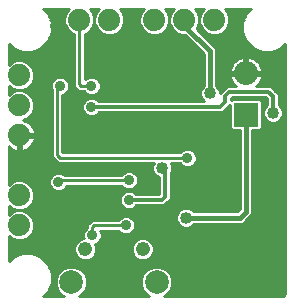
<source format=gbl>
G75*
%MOIN*%
%OFA0B0*%
%FSLAX24Y24*%
%IPPOS*%
%LPD*%
%AMOC8*
5,1,8,0,0,1.08239X$1,22.5*
%
%ADD10C,0.0476*%
%ADD11C,0.0787*%
%ADD12C,0.0800*%
%ADD13R,0.0800X0.0800*%
%ADD14C,0.0740*%
%ADD15C,0.0100*%
%ADD16C,0.0400*%
%ADD17C,0.0350*%
%ADD18C,0.0160*%
%ADD19C,0.0120*%
D10*
X003170Y002330D03*
X005080Y002330D03*
D11*
X005546Y001228D03*
X002704Y001228D03*
D12*
X008525Y008197D03*
D13*
X008525Y006819D03*
D14*
X007475Y009978D03*
X006475Y009978D03*
X005475Y009978D03*
X003975Y009978D03*
X002975Y009978D03*
X000975Y008128D03*
X000975Y007128D03*
X000975Y006128D03*
X000975Y004128D03*
X000975Y003128D03*
D15*
X001920Y000913D02*
X001770Y000763D01*
X002458Y000763D01*
X002407Y000784D01*
X002260Y000931D01*
X002180Y001123D01*
X002180Y001332D01*
X002260Y001524D01*
X002407Y001672D01*
X002600Y001751D01*
X002808Y001751D01*
X003000Y001672D01*
X003148Y001524D01*
X003227Y001332D01*
X003227Y001123D01*
X003148Y000931D01*
X003000Y000784D01*
X002950Y000763D01*
X005300Y000763D01*
X005250Y000784D01*
X005102Y000931D01*
X005023Y001123D01*
X005023Y001332D01*
X005102Y001524D01*
X005250Y001672D01*
X005442Y001751D01*
X005650Y001751D01*
X005843Y001672D01*
X005990Y001524D01*
X006070Y001332D01*
X006070Y001123D01*
X005990Y000931D01*
X005843Y000784D01*
X005792Y000763D01*
X009725Y000763D01*
X009755Y000766D01*
X009806Y000796D01*
X009836Y000848D01*
X009840Y000878D01*
X009840Y009183D01*
X009689Y009032D01*
X009689Y009032D01*
X009388Y008908D01*
X009062Y008908D01*
X008761Y009032D01*
X008761Y009032D01*
X008530Y009263D01*
X008530Y009263D01*
X008405Y009564D01*
X008405Y009891D01*
X008530Y010192D01*
X008530Y010192D01*
X008680Y010343D01*
X007817Y010343D01*
X007899Y010261D01*
X007975Y010077D01*
X007975Y009878D01*
X007899Y009694D01*
X007758Y009554D01*
X007574Y009478D01*
X007376Y009478D01*
X007192Y009554D01*
X007051Y009694D01*
X006975Y009878D01*
X006975Y010077D01*
X007051Y010261D01*
X007133Y010343D01*
X006817Y010343D01*
X006899Y010261D01*
X006975Y010077D01*
X006975Y009878D01*
X006899Y009694D01*
X006877Y009672D01*
X007412Y009138D01*
X007535Y009015D01*
X007535Y007784D01*
X007605Y007714D01*
X007655Y007593D01*
X007655Y007526D01*
X007785Y007656D01*
X007896Y007768D01*
X008180Y007768D01*
X008167Y007777D01*
X008105Y007838D01*
X008055Y007908D01*
X008015Y007985D01*
X007989Y008068D01*
X007976Y008147D01*
X008475Y008147D01*
X008475Y008247D01*
X008475Y008745D01*
X008396Y008733D01*
X008314Y008706D01*
X008237Y008667D01*
X008167Y008616D01*
X008105Y008555D01*
X008055Y008485D01*
X008015Y008408D01*
X007989Y008325D01*
X007976Y008247D01*
X008475Y008247D01*
X008575Y008247D01*
X008575Y008745D01*
X008654Y008733D01*
X008736Y008706D01*
X008813Y008667D01*
X008883Y008616D01*
X008945Y008555D01*
X008995Y008485D01*
X009035Y008408D01*
X009061Y008325D01*
X009074Y008247D01*
X008575Y008247D01*
X008575Y008147D01*
X009074Y008147D01*
X009061Y008068D01*
X009035Y007985D01*
X008995Y007908D01*
X008945Y007838D01*
X008883Y007777D01*
X008870Y007768D01*
X009354Y007768D01*
X009504Y007618D01*
X009615Y007506D01*
X009615Y007154D01*
X009705Y007064D01*
X009755Y006943D01*
X009755Y006812D01*
X009705Y006691D01*
X009612Y006598D01*
X009491Y006548D01*
X009359Y006548D01*
X009238Y006598D01*
X009145Y006691D01*
X009095Y006812D01*
X009095Y006943D01*
X009145Y007064D01*
X009235Y007154D01*
X009235Y007349D01*
X009196Y007388D01*
X008054Y007388D01*
X008015Y007349D01*
X008015Y007292D01*
X008071Y007349D01*
X008979Y007349D01*
X009055Y007272D01*
X009055Y006365D01*
X008979Y006289D01*
X008735Y006289D01*
X008735Y003491D01*
X008535Y003291D01*
X008412Y003168D01*
X006782Y003168D01*
X006712Y003098D01*
X006591Y003048D01*
X006459Y003048D01*
X006338Y003098D01*
X006245Y003191D01*
X006195Y003312D01*
X006195Y003443D01*
X006245Y003564D01*
X006338Y003657D01*
X006459Y003708D01*
X006591Y003708D01*
X006712Y003657D01*
X006782Y003588D01*
X008238Y003588D01*
X008315Y003665D01*
X008315Y006289D01*
X008071Y006289D01*
X007995Y006365D01*
X007995Y007129D01*
X007904Y007038D01*
X007754Y006888D01*
X003616Y006888D01*
X003548Y006819D01*
X003436Y006773D01*
X003314Y006773D01*
X003202Y006819D01*
X003116Y006905D01*
X003070Y007017D01*
X003070Y007138D01*
X003116Y007250D01*
X003202Y007336D01*
X003314Y007383D01*
X003436Y007383D01*
X003548Y007336D01*
X003616Y007268D01*
X007118Y007268D01*
X007045Y007341D01*
X006995Y007462D01*
X006995Y007593D01*
X007045Y007714D01*
X007115Y007784D01*
X007115Y008841D01*
X006478Y009478D01*
X006376Y009478D01*
X006192Y009554D01*
X006051Y009694D01*
X005975Y009878D01*
X005975Y010077D01*
X006051Y010261D01*
X006133Y010343D01*
X005817Y010343D01*
X005899Y010261D01*
X005975Y010077D01*
X005975Y009878D01*
X005899Y009694D01*
X005758Y009554D01*
X005574Y009478D01*
X005376Y009478D01*
X005192Y009554D01*
X005051Y009694D01*
X004975Y009878D01*
X004975Y010077D01*
X005051Y010261D01*
X005133Y010343D01*
X004317Y010343D01*
X004399Y010261D01*
X004475Y010077D01*
X004475Y009878D01*
X004399Y009694D01*
X004258Y009554D01*
X004074Y009478D01*
X003876Y009478D01*
X003692Y009554D01*
X003551Y009694D01*
X003475Y009878D01*
X003475Y010077D01*
X003551Y010261D01*
X003633Y010343D01*
X003317Y010343D01*
X003399Y010261D01*
X003475Y010077D01*
X003475Y009878D01*
X003399Y009694D01*
X003258Y009554D01*
X003155Y009511D01*
X003155Y007989D01*
X003202Y008036D01*
X003314Y008083D01*
X003436Y008083D01*
X003548Y008036D01*
X003634Y007950D01*
X003680Y007838D01*
X003680Y007717D01*
X003634Y007605D01*
X003548Y007519D01*
X003436Y007473D01*
X003314Y007473D01*
X003202Y007519D01*
X003124Y007598D01*
X002950Y007598D01*
X002900Y007648D01*
X002900Y007648D01*
X002795Y007753D01*
X002795Y009511D01*
X002692Y009554D01*
X002551Y009694D01*
X002475Y009878D01*
X002475Y010077D01*
X002551Y010261D01*
X002633Y010343D01*
X001770Y010343D01*
X001920Y010192D01*
X001920Y010192D01*
X002045Y009891D01*
X002045Y009564D01*
X001920Y009263D01*
X001920Y009263D01*
X001689Y009032D01*
X001689Y009032D01*
X001388Y008908D01*
X001062Y008908D01*
X000761Y009032D01*
X000761Y009032D01*
X000610Y009183D01*
X000610Y008470D01*
X000692Y008551D01*
X000876Y008628D01*
X001074Y008628D01*
X001258Y008551D01*
X001399Y008411D01*
X001475Y008227D01*
X001475Y008028D01*
X001399Y007844D01*
X001258Y007704D01*
X001074Y007628D01*
X000876Y007628D01*
X000692Y007704D01*
X000610Y007785D01*
X000610Y007470D01*
X000692Y007551D01*
X000876Y007628D01*
X001074Y007628D01*
X001258Y007551D01*
X001399Y007411D01*
X001475Y007227D01*
X001475Y007028D01*
X001399Y006844D01*
X001258Y006704D01*
X001093Y006635D01*
X001097Y006635D01*
X001175Y006609D01*
X001248Y006572D01*
X001314Y006524D01*
X001372Y006466D01*
X001420Y006400D01*
X001457Y006327D01*
X001482Y006249D01*
X001494Y006178D01*
X001025Y006178D01*
X001025Y006078D01*
X001494Y006078D01*
X001482Y006006D01*
X001457Y005928D01*
X001420Y005855D01*
X001372Y005789D01*
X001314Y005731D01*
X001248Y005683D01*
X001175Y005646D01*
X001097Y005620D01*
X001025Y005609D01*
X001025Y006078D01*
X000925Y006078D01*
X000925Y005609D01*
X000853Y005620D01*
X000775Y005646D01*
X000702Y005683D01*
X000636Y005731D01*
X000610Y005757D01*
X000610Y004470D01*
X000692Y004551D01*
X000876Y004628D01*
X001074Y004628D01*
X001258Y004551D01*
X001399Y004411D01*
X001475Y004227D01*
X001475Y004028D01*
X001399Y003844D01*
X001258Y003704D01*
X001074Y003628D01*
X000876Y003628D01*
X000692Y003704D01*
X000610Y003785D01*
X000610Y003470D01*
X000692Y003551D01*
X000876Y003628D01*
X001074Y003628D01*
X001258Y003551D01*
X001399Y003411D01*
X001475Y003227D01*
X001475Y003028D01*
X001399Y002844D01*
X001258Y002704D01*
X001074Y002628D01*
X000876Y002628D01*
X000692Y002704D01*
X000610Y002785D01*
X000610Y001922D01*
X000761Y002073D01*
X000761Y002073D01*
X001062Y002198D01*
X001388Y002198D01*
X001689Y002073D01*
X001689Y002073D01*
X001920Y001842D01*
X001920Y001842D01*
X002045Y001541D01*
X002045Y001214D01*
X001920Y000913D01*
X001920Y000913D01*
X001924Y000923D02*
X002268Y000923D01*
X002222Y001022D02*
X001965Y001022D01*
X002006Y001120D02*
X002181Y001120D01*
X002180Y001219D02*
X002045Y001219D01*
X002045Y001317D02*
X002180Y001317D01*
X002215Y001416D02*
X002045Y001416D01*
X002045Y001514D02*
X002256Y001514D01*
X002348Y001613D02*
X002015Y001613D01*
X001974Y001711D02*
X002503Y001711D01*
X002905Y001711D02*
X005345Y001711D01*
X005191Y001613D02*
X003059Y001613D01*
X003152Y001514D02*
X005098Y001514D01*
X005057Y001416D02*
X003193Y001416D01*
X003227Y001317D02*
X005023Y001317D01*
X005023Y001219D02*
X003227Y001219D01*
X003226Y001120D02*
X005024Y001120D01*
X005065Y001022D02*
X003185Y001022D01*
X003140Y000923D02*
X005110Y000923D01*
X005209Y000825D02*
X003041Y000825D01*
X002366Y000825D02*
X001832Y000825D01*
X001934Y001810D02*
X009840Y001810D01*
X009840Y001908D02*
X001854Y001908D01*
X001756Y002007D02*
X002989Y002007D01*
X002962Y002018D02*
X003097Y001962D01*
X003243Y001962D01*
X003379Y002018D01*
X003482Y002121D01*
X003538Y002257D01*
X003538Y002403D01*
X003496Y002505D01*
X003578Y002539D01*
X003664Y002625D01*
X003710Y002737D01*
X003710Y002858D01*
X003673Y002948D01*
X004274Y002948D01*
X004352Y002869D01*
X004464Y002823D01*
X004586Y002823D01*
X004698Y002869D01*
X004784Y002955D01*
X004830Y003067D01*
X004830Y003188D01*
X004784Y003300D01*
X004698Y003386D01*
X004586Y003433D01*
X004464Y003433D01*
X004352Y003386D01*
X004274Y003308D01*
X003482Y003308D01*
X003414Y003313D01*
X003408Y003308D01*
X003400Y003308D01*
X003353Y003260D01*
X003338Y003248D01*
X003330Y003248D01*
X003283Y003200D01*
X003231Y003156D01*
X003231Y003148D01*
X003225Y003142D01*
X003225Y003074D01*
X003223Y003047D01*
X003146Y002970D01*
X003100Y002858D01*
X003100Y002737D01*
X003116Y002698D01*
X003097Y002698D01*
X002962Y002642D01*
X002858Y002538D01*
X002802Y002403D01*
X002802Y002257D01*
X002858Y002121D01*
X002962Y002018D01*
X002875Y002105D02*
X001611Y002105D01*
X001240Y002696D02*
X003092Y002696D01*
X003100Y002795D02*
X001349Y002795D01*
X001419Y002893D02*
X003114Y002893D01*
X003168Y002992D02*
X001460Y002992D01*
X001475Y003090D02*
X003225Y003090D01*
X003270Y003189D02*
X001475Y003189D01*
X001450Y003287D02*
X003380Y003287D01*
X003475Y003128D02*
X003405Y003068D01*
X003405Y002798D01*
X003636Y002598D02*
X004827Y002598D01*
X004871Y002642D02*
X004768Y002538D01*
X004712Y002403D01*
X004712Y002257D01*
X004768Y002121D01*
X004871Y002018D01*
X005007Y001962D01*
X005153Y001962D01*
X005288Y002018D01*
X005392Y002121D01*
X005448Y002257D01*
X005448Y002403D01*
X005392Y002538D01*
X005288Y002642D01*
X005153Y002698D01*
X005007Y002698D01*
X004871Y002642D01*
X005002Y002696D02*
X003693Y002696D01*
X003710Y002795D02*
X009840Y002795D01*
X009840Y002893D02*
X004722Y002893D01*
X004799Y002992D02*
X009840Y002992D01*
X009840Y003090D02*
X006693Y003090D01*
X006357Y003090D02*
X004830Y003090D01*
X004830Y003189D02*
X006247Y003189D01*
X006205Y003287D02*
X004789Y003287D01*
X004698Y003386D02*
X006195Y003386D01*
X006212Y003484D02*
X001326Y003484D01*
X001409Y003386D02*
X004352Y003386D01*
X004525Y003128D02*
X003475Y003128D01*
X003696Y002893D02*
X004328Y002893D01*
X004751Y002499D02*
X003499Y002499D01*
X003538Y002401D02*
X004712Y002401D01*
X004712Y002302D02*
X003538Y002302D01*
X003516Y002204D02*
X004734Y002204D01*
X004784Y002105D02*
X003466Y002105D01*
X003352Y002007D02*
X004898Y002007D01*
X005261Y002007D02*
X009840Y002007D01*
X009840Y002105D02*
X005375Y002105D01*
X005426Y002204D02*
X009840Y002204D01*
X009840Y002302D02*
X005448Y002302D01*
X005448Y002401D02*
X009840Y002401D01*
X009840Y002499D02*
X005408Y002499D01*
X005333Y002598D02*
X009840Y002598D01*
X009840Y002696D02*
X005158Y002696D01*
X004706Y003681D02*
X006395Y003681D01*
X006263Y003583D02*
X001183Y003583D01*
X001204Y003681D02*
X004544Y003681D01*
X004564Y003673D02*
X004686Y003673D01*
X004798Y003719D01*
X004866Y003788D01*
X005804Y003788D01*
X005904Y003888D01*
X006015Y003999D01*
X006015Y004851D01*
X006065Y004972D01*
X006065Y005103D01*
X006026Y005198D01*
X006324Y005198D01*
X006402Y005119D01*
X006514Y005073D01*
X006636Y005073D01*
X006748Y005119D01*
X006834Y005205D01*
X006880Y005317D01*
X006880Y005438D01*
X006834Y005550D01*
X006748Y005636D01*
X006636Y005683D01*
X006514Y005683D01*
X006402Y005636D01*
X006324Y005558D01*
X002405Y005558D01*
X002405Y007481D01*
X002498Y007519D01*
X002584Y007605D01*
X002630Y007717D01*
X002630Y007838D01*
X002584Y007950D01*
X002498Y008036D01*
X002386Y008083D01*
X002264Y008083D01*
X002152Y008036D01*
X002066Y007950D01*
X002020Y007838D01*
X002020Y007717D01*
X002045Y007657D01*
X002045Y005403D01*
X002150Y005298D01*
X002250Y005198D01*
X005444Y005198D01*
X005405Y005103D01*
X005405Y004972D01*
X005455Y004851D01*
X005548Y004758D01*
X005635Y004722D01*
X005635Y004168D01*
X004866Y004168D01*
X004798Y004236D01*
X004686Y004283D01*
X004564Y004283D01*
X004452Y004236D01*
X004366Y004150D01*
X004320Y004038D01*
X004320Y003917D01*
X004366Y003805D01*
X004452Y003719D01*
X004564Y003673D01*
X004392Y003780D02*
X001334Y003780D01*
X001413Y003878D02*
X004336Y003878D01*
X004320Y003977D02*
X001454Y003977D01*
X001475Y004075D02*
X004335Y004075D01*
X004390Y004174D02*
X001475Y004174D01*
X001456Y004272D02*
X004539Y004272D01*
X004564Y004323D02*
X004686Y004323D01*
X004798Y004369D01*
X004884Y004455D01*
X004930Y004567D01*
X004930Y004688D01*
X004884Y004800D01*
X004798Y004886D01*
X004686Y004933D01*
X004564Y004933D01*
X004452Y004886D01*
X004374Y004808D01*
X002476Y004808D01*
X002448Y004836D01*
X002336Y004883D01*
X002214Y004883D01*
X002102Y004836D01*
X002016Y004750D01*
X001970Y004638D01*
X001970Y004517D01*
X002016Y004405D01*
X002102Y004319D01*
X002214Y004273D01*
X002336Y004273D01*
X002448Y004319D01*
X002534Y004405D01*
X002551Y004448D01*
X004374Y004448D01*
X004452Y004369D01*
X004564Y004323D01*
X004451Y004371D02*
X002499Y004371D01*
X002275Y004578D02*
X002325Y004628D01*
X004625Y004628D01*
X004898Y004765D02*
X005541Y004765D01*
X005450Y004863D02*
X004821Y004863D01*
X004930Y004666D02*
X005635Y004666D01*
X005635Y004568D02*
X004930Y004568D01*
X004889Y004469D02*
X005635Y004469D01*
X005635Y004371D02*
X004799Y004371D01*
X004711Y004272D02*
X005635Y004272D01*
X005635Y004174D02*
X004860Y004174D01*
X004858Y003780D02*
X008315Y003780D01*
X008315Y003878D02*
X005894Y003878D01*
X005993Y003977D02*
X008315Y003977D01*
X008315Y004075D02*
X006015Y004075D01*
X006015Y004174D02*
X008315Y004174D01*
X008315Y004272D02*
X006015Y004272D01*
X006015Y004371D02*
X008315Y004371D01*
X008315Y004469D02*
X006015Y004469D01*
X006015Y004568D02*
X008315Y004568D01*
X008315Y004666D02*
X006015Y004666D01*
X006015Y004765D02*
X008315Y004765D01*
X008315Y004863D02*
X006020Y004863D01*
X006061Y004962D02*
X008315Y004962D01*
X008315Y005060D02*
X006065Y005060D01*
X006042Y005159D02*
X006363Y005159D01*
X006575Y005378D02*
X002325Y005378D01*
X002225Y005478D01*
X002225Y007678D01*
X002325Y007778D01*
X002598Y007917D02*
X002795Y007917D01*
X002795Y008015D02*
X002519Y008015D01*
X002630Y007818D02*
X002795Y007818D01*
X002828Y007720D02*
X002630Y007720D01*
X002590Y007621D02*
X002927Y007621D01*
X003025Y007778D02*
X002975Y007828D01*
X002975Y009978D01*
X002519Y010182D02*
X001924Y010182D01*
X001965Y010084D02*
X002478Y010084D01*
X002475Y009985D02*
X002006Y009985D01*
X002045Y009887D02*
X002475Y009887D01*
X002512Y009788D02*
X002045Y009788D01*
X002045Y009690D02*
X002556Y009690D01*
X002654Y009591D02*
X002045Y009591D01*
X002015Y009493D02*
X002795Y009493D01*
X002795Y009394D02*
X001974Y009394D01*
X001934Y009296D02*
X002795Y009296D01*
X002795Y009197D02*
X001854Y009197D01*
X001756Y009099D02*
X002795Y009099D01*
X002795Y009000D02*
X001611Y009000D01*
X001302Y008508D02*
X002795Y008508D01*
X002795Y008606D02*
X001126Y008606D01*
X000824Y008606D02*
X000610Y008606D01*
X000610Y008508D02*
X000648Y008508D01*
X000610Y008705D02*
X002795Y008705D01*
X002795Y008803D02*
X000610Y008803D01*
X000610Y008902D02*
X002795Y008902D01*
X003155Y008902D02*
X007054Y008902D01*
X007115Y008803D02*
X003155Y008803D01*
X003155Y008705D02*
X007115Y008705D01*
X007115Y008606D02*
X003155Y008606D01*
X003155Y008508D02*
X007115Y008508D01*
X007115Y008409D02*
X003155Y008409D01*
X003155Y008311D02*
X007115Y008311D01*
X007115Y008212D02*
X003155Y008212D01*
X003155Y008114D02*
X007115Y008114D01*
X007115Y008015D02*
X003569Y008015D01*
X003648Y007917D02*
X007115Y007917D01*
X007115Y007818D02*
X003680Y007818D01*
X003680Y007720D02*
X007050Y007720D01*
X007007Y007621D02*
X003640Y007621D01*
X003551Y007523D02*
X006995Y007523D01*
X007011Y007424D02*
X002405Y007424D01*
X002405Y007326D02*
X003192Y007326D01*
X003107Y007227D02*
X002405Y007227D01*
X002405Y007129D02*
X003070Y007129D01*
X003070Y007030D02*
X002405Y007030D01*
X002405Y006932D02*
X003105Y006932D01*
X003188Y006833D02*
X002405Y006833D01*
X002405Y006735D02*
X007995Y006735D01*
X007995Y006833D02*
X003562Y006833D01*
X003558Y007326D02*
X007060Y007326D01*
X007600Y007720D02*
X007848Y007720D01*
X007750Y007621D02*
X007643Y007621D01*
X007535Y007818D02*
X008126Y007818D01*
X008050Y007917D02*
X007535Y007917D01*
X007535Y008015D02*
X008006Y008015D01*
X007981Y008114D02*
X007535Y008114D01*
X007535Y008212D02*
X008475Y008212D01*
X008475Y008311D02*
X008575Y008311D01*
X008575Y008409D02*
X008475Y008409D01*
X008475Y008508D02*
X008575Y008508D01*
X008575Y008606D02*
X008475Y008606D01*
X008475Y008705D02*
X008575Y008705D01*
X008739Y008705D02*
X009840Y008705D01*
X009840Y008803D02*
X007535Y008803D01*
X007535Y008705D02*
X008311Y008705D01*
X008157Y008606D02*
X007535Y008606D01*
X007535Y008508D02*
X008071Y008508D01*
X008016Y008409D02*
X007535Y008409D01*
X007535Y008311D02*
X007986Y008311D01*
X008575Y008212D02*
X009840Y008212D01*
X009840Y008114D02*
X009069Y008114D01*
X009044Y008015D02*
X009840Y008015D01*
X009840Y007917D02*
X009000Y007917D01*
X008924Y007818D02*
X009840Y007818D01*
X009840Y007720D02*
X009402Y007720D01*
X009500Y007621D02*
X009840Y007621D01*
X009840Y007523D02*
X009599Y007523D01*
X009615Y007424D02*
X009840Y007424D01*
X009840Y007326D02*
X009615Y007326D01*
X009615Y007227D02*
X009840Y007227D01*
X009840Y007129D02*
X009641Y007129D01*
X009719Y007030D02*
X009840Y007030D01*
X009840Y006932D02*
X009755Y006932D01*
X009755Y006833D02*
X009840Y006833D01*
X009840Y006735D02*
X009723Y006735D01*
X009650Y006636D02*
X009840Y006636D01*
X009840Y006538D02*
X009055Y006538D01*
X009055Y006636D02*
X009200Y006636D01*
X009127Y006735D02*
X009055Y006735D01*
X009055Y006833D02*
X009095Y006833D01*
X009095Y006932D02*
X009055Y006932D01*
X009055Y007030D02*
X009131Y007030D01*
X009055Y007129D02*
X009209Y007129D01*
X009235Y007227D02*
X009055Y007227D01*
X009002Y007326D02*
X009235Y007326D01*
X009055Y006439D02*
X009840Y006439D01*
X009840Y006341D02*
X009031Y006341D01*
X008735Y006242D02*
X009840Y006242D01*
X009840Y006144D02*
X008735Y006144D01*
X008735Y006045D02*
X009840Y006045D01*
X009840Y005947D02*
X008735Y005947D01*
X008735Y005848D02*
X009840Y005848D01*
X009840Y005750D02*
X008735Y005750D01*
X008735Y005651D02*
X009840Y005651D01*
X009840Y005553D02*
X008735Y005553D01*
X008735Y005454D02*
X009840Y005454D01*
X009840Y005356D02*
X008735Y005356D01*
X008735Y005257D02*
X009840Y005257D01*
X009840Y005159D02*
X008735Y005159D01*
X008735Y005060D02*
X009840Y005060D01*
X009840Y004962D02*
X008735Y004962D01*
X008735Y004863D02*
X009840Y004863D01*
X009840Y004765D02*
X008735Y004765D01*
X008735Y004666D02*
X009840Y004666D01*
X009840Y004568D02*
X008735Y004568D01*
X008735Y004469D02*
X009840Y004469D01*
X009840Y004371D02*
X008735Y004371D01*
X008735Y004272D02*
X009840Y004272D01*
X009840Y004174D02*
X008735Y004174D01*
X008735Y004075D02*
X009840Y004075D01*
X009840Y003977D02*
X008735Y003977D01*
X008735Y003878D02*
X009840Y003878D01*
X009840Y003780D02*
X008735Y003780D01*
X008735Y003681D02*
X009840Y003681D01*
X009840Y003583D02*
X008735Y003583D01*
X008728Y003484D02*
X009840Y003484D01*
X009840Y003386D02*
X008630Y003386D01*
X008531Y003287D02*
X009840Y003287D01*
X009840Y003189D02*
X008433Y003189D01*
X008315Y003681D02*
X006655Y003681D01*
X005409Y004962D02*
X000610Y004962D01*
X000610Y005060D02*
X005405Y005060D01*
X005428Y005159D02*
X000610Y005159D01*
X000610Y005257D02*
X002191Y005257D01*
X002092Y005356D02*
X000610Y005356D01*
X000610Y005454D02*
X002045Y005454D01*
X002045Y005553D02*
X000610Y005553D01*
X000610Y005651D02*
X000765Y005651D01*
X000925Y005651D02*
X001025Y005651D01*
X001025Y005750D02*
X000925Y005750D01*
X000925Y005848D02*
X001025Y005848D01*
X001025Y005947D02*
X000925Y005947D01*
X000925Y006045D02*
X001025Y006045D01*
X001025Y006144D02*
X002045Y006144D01*
X002045Y006242D02*
X001483Y006242D01*
X001450Y006341D02*
X002045Y006341D01*
X002045Y006439D02*
X001391Y006439D01*
X001295Y006538D02*
X002045Y006538D01*
X002045Y006636D02*
X001095Y006636D01*
X001289Y006735D02*
X002045Y006735D01*
X002045Y006833D02*
X001388Y006833D01*
X001435Y006932D02*
X002045Y006932D01*
X002045Y007030D02*
X001475Y007030D01*
X001475Y007129D02*
X002045Y007129D01*
X002045Y007227D02*
X001475Y007227D01*
X001434Y007326D02*
X002045Y007326D01*
X002045Y007424D02*
X001386Y007424D01*
X001287Y007523D02*
X002045Y007523D01*
X002045Y007621D02*
X001090Y007621D01*
X001274Y007720D02*
X002020Y007720D01*
X002020Y007818D02*
X001373Y007818D01*
X001429Y007917D02*
X002052Y007917D01*
X002131Y008015D02*
X001470Y008015D01*
X001475Y008114D02*
X002795Y008114D01*
X002795Y008212D02*
X001475Y008212D01*
X001440Y008311D02*
X002795Y008311D01*
X002795Y008409D02*
X001400Y008409D01*
X000839Y009000D02*
X000610Y009000D01*
X000610Y009099D02*
X000694Y009099D01*
X001832Y010281D02*
X002571Y010281D01*
X003155Y009493D02*
X003839Y009493D01*
X003654Y009591D02*
X003296Y009591D01*
X003394Y009690D02*
X003556Y009690D01*
X003512Y009788D02*
X003438Y009788D01*
X003475Y009887D02*
X003475Y009887D01*
X003475Y009985D02*
X003475Y009985D01*
X003472Y010084D02*
X003478Y010084D01*
X003519Y010182D02*
X003431Y010182D01*
X003379Y010281D02*
X003571Y010281D01*
X004379Y010281D02*
X005071Y010281D01*
X005019Y010182D02*
X004431Y010182D01*
X004472Y010084D02*
X004978Y010084D01*
X004975Y009985D02*
X004475Y009985D01*
X004475Y009887D02*
X004975Y009887D01*
X005012Y009788D02*
X004438Y009788D01*
X004394Y009690D02*
X005056Y009690D01*
X005154Y009591D02*
X004296Y009591D01*
X004111Y009493D02*
X005339Y009493D01*
X005611Y009493D02*
X006339Y009493D01*
X006154Y009591D02*
X005796Y009591D01*
X005894Y009690D02*
X006056Y009690D01*
X006012Y009788D02*
X005938Y009788D01*
X005975Y009887D02*
X005975Y009887D01*
X005975Y009985D02*
X005975Y009985D01*
X005972Y010084D02*
X005978Y010084D01*
X006019Y010182D02*
X005931Y010182D01*
X005879Y010281D02*
X006071Y010281D01*
X006879Y010281D02*
X007071Y010281D01*
X007019Y010182D02*
X006931Y010182D01*
X006972Y010084D02*
X006978Y010084D01*
X006975Y009985D02*
X006975Y009985D01*
X006975Y009887D02*
X006975Y009887D01*
X006938Y009788D02*
X007012Y009788D01*
X007056Y009690D02*
X006894Y009690D01*
X006958Y009591D02*
X007154Y009591D01*
X007057Y009493D02*
X007339Y009493D01*
X007155Y009394D02*
X008476Y009394D01*
X008516Y009296D02*
X007254Y009296D01*
X007352Y009197D02*
X008596Y009197D01*
X008694Y009099D02*
X007451Y009099D01*
X007535Y009000D02*
X008839Y009000D01*
X008893Y008606D02*
X009840Y008606D01*
X009840Y008508D02*
X008979Y008508D01*
X009034Y008409D02*
X009840Y008409D01*
X009840Y008311D02*
X009064Y008311D01*
X009611Y009000D02*
X009840Y009000D01*
X009840Y008902D02*
X007535Y008902D01*
X007611Y009493D02*
X008435Y009493D01*
X008405Y009591D02*
X007796Y009591D01*
X007894Y009690D02*
X008405Y009690D01*
X008405Y009788D02*
X007938Y009788D01*
X007975Y009887D02*
X008405Y009887D01*
X008444Y009985D02*
X007975Y009985D01*
X007972Y010084D02*
X008485Y010084D01*
X008526Y010182D02*
X007931Y010182D01*
X007879Y010281D02*
X008618Y010281D01*
X009756Y009099D02*
X009840Y009099D01*
X008048Y007326D02*
X008015Y007326D01*
X007995Y007129D02*
X007995Y007129D01*
X007995Y007030D02*
X007896Y007030D01*
X007798Y006932D02*
X007995Y006932D01*
X007995Y006636D02*
X002405Y006636D01*
X002405Y006538D02*
X007995Y006538D01*
X007995Y006439D02*
X002405Y006439D01*
X002405Y006341D02*
X008019Y006341D01*
X008315Y006242D02*
X002405Y006242D01*
X002405Y006144D02*
X008315Y006144D01*
X008315Y006045D02*
X002405Y006045D01*
X002405Y005947D02*
X008315Y005947D01*
X008315Y005848D02*
X002405Y005848D01*
X002405Y005750D02*
X008315Y005750D01*
X008315Y005651D02*
X006712Y005651D01*
X006831Y005553D02*
X008315Y005553D01*
X008315Y005454D02*
X006873Y005454D01*
X006880Y005356D02*
X008315Y005356D01*
X008315Y005257D02*
X006855Y005257D01*
X006787Y005159D02*
X008315Y005159D01*
X006438Y005651D02*
X002405Y005651D01*
X002045Y005651D02*
X001185Y005651D01*
X001332Y005750D02*
X002045Y005750D01*
X002045Y005848D02*
X001415Y005848D01*
X001463Y005947D02*
X002045Y005947D01*
X002045Y006045D02*
X001488Y006045D01*
X000618Y005750D02*
X000610Y005750D01*
X000610Y004863D02*
X002167Y004863D01*
X002031Y004765D02*
X000610Y004765D01*
X000610Y004666D02*
X001982Y004666D01*
X001970Y004568D02*
X001219Y004568D01*
X001341Y004469D02*
X001990Y004469D01*
X002051Y004371D02*
X001416Y004371D01*
X000746Y003681D02*
X000610Y003681D01*
X000610Y003583D02*
X000767Y003583D01*
X000624Y003484D02*
X000610Y003484D01*
X000610Y003780D02*
X000616Y003780D01*
X000610Y004568D02*
X000731Y004568D01*
X002383Y004863D02*
X004429Y004863D01*
X002917Y002598D02*
X000610Y002598D01*
X000610Y002696D02*
X000710Y002696D01*
X000610Y002499D02*
X002842Y002499D01*
X002802Y002401D02*
X000610Y002401D01*
X000610Y002302D02*
X002802Y002302D01*
X002824Y002204D02*
X000610Y002204D01*
X000610Y002105D02*
X000839Y002105D01*
X000694Y002007D02*
X000610Y002007D01*
X005747Y001711D02*
X009840Y001711D01*
X009840Y001613D02*
X005902Y001613D01*
X005994Y001514D02*
X009840Y001514D01*
X009840Y001416D02*
X006035Y001416D01*
X006070Y001317D02*
X009840Y001317D01*
X009840Y001219D02*
X006070Y001219D01*
X006069Y001120D02*
X009840Y001120D01*
X009840Y001022D02*
X006028Y001022D01*
X005982Y000923D02*
X009840Y000923D01*
X009823Y000825D02*
X005884Y000825D01*
X003199Y007523D02*
X002501Y007523D01*
X003025Y007778D02*
X003375Y007778D01*
X003181Y008015D02*
X003155Y008015D01*
X003155Y009000D02*
X006955Y009000D01*
X006857Y009099D02*
X003155Y009099D01*
X003155Y009197D02*
X006758Y009197D01*
X006660Y009296D02*
X003155Y009296D01*
X003155Y009394D02*
X006561Y009394D01*
X000860Y007621D02*
X000610Y007621D01*
X000610Y007523D02*
X000663Y007523D01*
X000676Y007720D02*
X000610Y007720D01*
D16*
X004575Y006018D03*
X004975Y006018D03*
X005375Y006018D03*
X005735Y005038D03*
X006525Y003378D03*
X009425Y006878D03*
X007325Y007528D03*
D17*
X006575Y005378D03*
X004625Y004628D03*
X004625Y003978D03*
X004525Y003128D03*
X003405Y002798D03*
X002275Y004578D03*
X003375Y007078D03*
X003375Y007778D03*
X002325Y007778D03*
X001375Y007618D03*
X002175Y009768D03*
X003475Y009568D03*
X007075Y002518D03*
D18*
X006525Y003378D02*
X008325Y003378D01*
X008525Y003578D01*
X008525Y006819D01*
X007325Y007528D02*
X007325Y008928D01*
X006475Y009778D01*
X006475Y009978D01*
D19*
X007975Y007578D02*
X009275Y007578D01*
X009425Y007428D01*
X009425Y006878D01*
X007975Y007578D02*
X007825Y007428D01*
X007825Y007228D01*
X007675Y007078D01*
X003375Y007078D01*
X005735Y005038D02*
X005825Y004938D01*
X005825Y004078D01*
X005725Y003978D01*
X004625Y003978D01*
M02*

</source>
